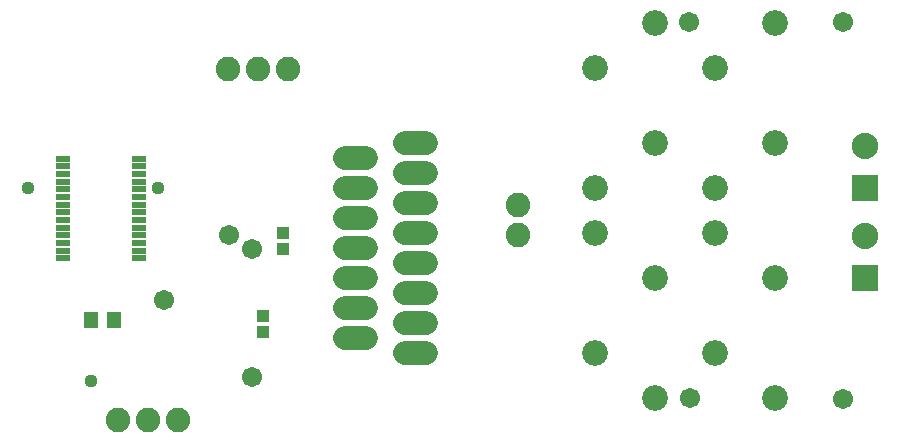
<source format=gbr>
G04 EAGLE Gerber RS-274X export*
G75*
%MOMM*%
%FSLAX34Y34*%
%LPD*%
%INSoldermask Top*%
%IPPOS*%
%AMOC8*
5,1,8,0,0,1.08239X$1,22.5*%
G01*
%ADD10C,2.184400*%
%ADD11C,2.003200*%
%ADD12C,2.082800*%
%ADD13R,2.235200X2.235200*%
%ADD14C,2.235200*%
%ADD15R,1.003200X1.053200*%
%ADD16R,1.203200X0.503200*%
%ADD17R,1.203200X1.453200*%
%ADD18C,1.703200*%
%ADD19C,1.109600*%


D10*
X647700Y228600D03*
X647700Y127000D03*
X596900Y266700D03*
X596900Y165100D03*
X596900Y304800D03*
X596900Y406400D03*
X647700Y342900D03*
X647700Y444500D03*
X546100Y127000D03*
X546100Y228600D03*
X495300Y165100D03*
X495300Y266700D03*
X495300Y406400D03*
X495300Y304800D03*
X546100Y444500D03*
X546100Y342900D03*
D11*
X301100Y254000D02*
X283100Y254000D01*
X333900Y266700D02*
X351900Y266700D01*
X301100Y279400D02*
X283100Y279400D01*
X333900Y292100D02*
X351900Y292100D01*
X301100Y304800D02*
X283100Y304800D01*
X333900Y317500D02*
X351900Y317500D01*
X351900Y241300D02*
X333900Y241300D01*
X301100Y228600D02*
X283100Y228600D01*
X333900Y215900D02*
X351900Y215900D01*
X301100Y203200D02*
X283100Y203200D01*
X333900Y190500D02*
X351900Y190500D01*
X301100Y330200D02*
X283100Y330200D01*
X333900Y342900D02*
X351900Y342900D01*
X301100Y177800D02*
X283100Y177800D01*
X333900Y165100D02*
X351900Y165100D01*
D12*
X142100Y108100D03*
X116700Y108100D03*
X91300Y108100D03*
D13*
X723900Y228600D03*
D14*
X723900Y263600D03*
D13*
X723900Y304800D03*
D14*
X723900Y339800D03*
D15*
X214400Y196300D03*
X214400Y182300D03*
X231000Y252900D03*
X231000Y266900D03*
D16*
X44900Y329550D03*
X44900Y323050D03*
X44900Y316550D03*
X44900Y310050D03*
X44900Y303550D03*
X44900Y297050D03*
X44900Y290550D03*
X44900Y284050D03*
X44900Y277550D03*
X44900Y271050D03*
X44900Y264550D03*
X44900Y258050D03*
X44900Y251550D03*
X44900Y245050D03*
X108900Y245050D03*
X108900Y251550D03*
X108900Y258050D03*
X108900Y264550D03*
X108900Y271050D03*
X108900Y277550D03*
X108900Y284050D03*
X108900Y290550D03*
X108900Y297050D03*
X108900Y303550D03*
X108900Y310050D03*
X108900Y316550D03*
X108900Y323050D03*
X108900Y329550D03*
D17*
X88100Y192700D03*
X68100Y192700D03*
D12*
X430000Y290000D03*
X430000Y264600D03*
X235000Y405000D03*
X209600Y405000D03*
X184200Y405000D03*
D18*
X575000Y445000D03*
X575310Y127000D03*
X205000Y145000D03*
D19*
X125000Y305000D03*
X15000Y305000D03*
X68580Y140970D03*
D18*
X205000Y252730D03*
X130000Y210000D03*
X185000Y265000D03*
X705000Y445000D03*
X704850Y125730D03*
M02*

</source>
